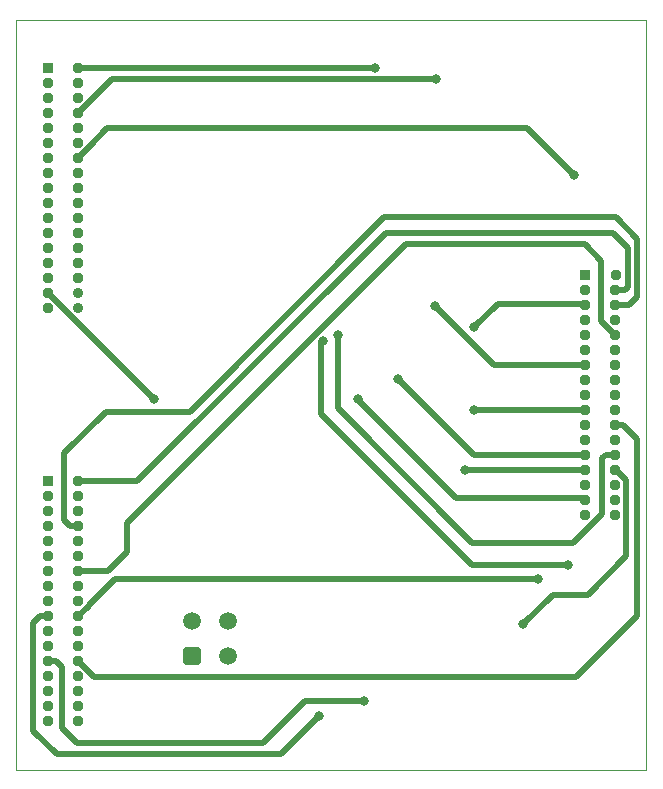
<source format=gbr>
%TF.GenerationSoftware,KiCad,Pcbnew,7.0.7*%
%TF.CreationDate,2023-10-17T22:09:53-05:00*%
%TF.ProjectId,Heater_South_DCT_HSK,48656174-6572-45f5-936f-7574685f4443,rev?*%
%TF.SameCoordinates,Original*%
%TF.FileFunction,Copper,L2,Bot*%
%TF.FilePolarity,Positive*%
%FSLAX46Y46*%
G04 Gerber Fmt 4.6, Leading zero omitted, Abs format (unit mm)*
G04 Created by KiCad (PCBNEW 7.0.7) date 2023-10-17 22:09:53*
%MOMM*%
%LPD*%
G01*
G04 APERTURE LIST*
G04 Aperture macros list*
%AMRoundRect*
0 Rectangle with rounded corners*
0 $1 Rounding radius*
0 $2 $3 $4 $5 $6 $7 $8 $9 X,Y pos of 4 corners*
0 Add a 4 corners polygon primitive as box body*
4,1,4,$2,$3,$4,$5,$6,$7,$8,$9,$2,$3,0*
0 Add four circle primitives for the rounded corners*
1,1,$1+$1,$2,$3*
1,1,$1+$1,$4,$5*
1,1,$1+$1,$6,$7*
1,1,$1+$1,$8,$9*
0 Add four rect primitives between the rounded corners*
20,1,$1+$1,$2,$3,$4,$5,0*
20,1,$1+$1,$4,$5,$6,$7,0*
20,1,$1+$1,$6,$7,$8,$9,0*
20,1,$1+$1,$8,$9,$2,$3,0*%
G04 Aperture macros list end*
%TA.AperFunction,ComponentPad*%
%ADD10R,0.940800X0.940800*%
%TD*%
%TA.AperFunction,ComponentPad*%
%ADD11C,0.940800*%
%TD*%
%TA.AperFunction,ComponentPad*%
%ADD12C,0.890000*%
%TD*%
%TA.AperFunction,ComponentPad*%
%ADD13RoundRect,0.250001X-0.499999X-0.499999X0.499999X-0.499999X0.499999X0.499999X-0.499999X0.499999X0*%
%TD*%
%TA.AperFunction,ComponentPad*%
%ADD14C,1.500000*%
%TD*%
%TA.AperFunction,ViaPad*%
%ADD15C,0.800000*%
%TD*%
%TA.AperFunction,Conductor*%
%ADD16C,0.508000*%
%TD*%
%TA.AperFunction,Profile*%
%ADD17C,0.100000*%
%TD*%
G04 APERTURE END LIST*
D10*
%TO.P,J2,1,Pin_1*%
%TO.N,/HB2_1*%
X104256840Y-89890600D03*
D11*
%TO.P,J2,2,Pin_2*%
%TO.N,/HB2_2*%
X106817160Y-89890600D03*
%TO.P,J2,3,Pin_3*%
%TO.N,unconnected-(J2-Pin_3-Pad3)*%
X104267000Y-91160600D03*
%TO.P,J2,4,Pin_4*%
%TO.N,unconnected-(J2-Pin_4-Pad4)*%
X106807000Y-91160600D03*
%TO.P,J2,5,Pin_5*%
%TO.N,unconnected-(J2-Pin_5-Pad5)*%
X104267000Y-92430600D03*
%TO.P,J2,6,Pin_6*%
%TO.N,unconnected-(J2-Pin_6-Pad6)*%
X106807000Y-92430600D03*
%TO.P,J2,7,Pin_7*%
%TO.N,/HB2_7*%
X104267000Y-93700600D03*
%TO.P,J2,8,Pin_8*%
%TO.N,/HB2_8*%
X106807000Y-93700600D03*
%TO.P,J2,9,Pin_9*%
%TO.N,unconnected-(J2-Pin_9-Pad9)*%
X104267000Y-94970600D03*
%TO.P,J2,10,Pin_10*%
%TO.N,unconnected-(J2-Pin_10-Pad10)*%
X106807000Y-94970600D03*
%TO.P,J2,11,Pin_11*%
%TO.N,unconnected-(J2-Pin_11-Pad11)*%
X104267000Y-96240600D03*
%TO.P,J2,12,Pin_12*%
%TO.N,unconnected-(J2-Pin_12-Pad12)*%
X106807000Y-96240600D03*
%TO.P,J2,13,Pin_13*%
%TO.N,/HB2_13*%
X104267000Y-97510600D03*
%TO.P,J2,14,Pin_14*%
%TO.N,/HB2_14*%
X106807000Y-97510600D03*
%TO.P,J2,15,Pin_15*%
%TO.N,unconnected-(J2-Pin_15-Pad15)*%
X104267000Y-98780600D03*
%TO.P,J2,16,Pin_16*%
%TO.N,unconnected-(J2-Pin_16-Pad16)*%
X106807000Y-98780600D03*
%TO.P,J2,17,Pin_17*%
%TO.N,unconnected-(J2-Pin_17-Pad17)*%
X104267000Y-100050600D03*
%TO.P,J2,18,Pin_18*%
%TO.N,unconnected-(J2-Pin_18-Pad18)*%
X106807000Y-100050600D03*
%TO.P,J2,19,Pin_19*%
%TO.N,/HB2_19*%
X104267000Y-101320600D03*
%TO.P,J2,20,Pin_20*%
%TO.N,/HB2_20*%
X106807000Y-101320600D03*
%TO.P,J2,21,Pin_21*%
%TO.N,unconnected-(J2-Pin_21-Pad21)*%
X104267000Y-102590600D03*
%TO.P,J2,22,Pin_22*%
%TO.N,unconnected-(J2-Pin_22-Pad22)*%
X106807000Y-102590600D03*
%TO.P,J2,23,Pin_23*%
%TO.N,unconnected-(J2-Pin_23-Pad23)*%
X104267000Y-103860600D03*
%TO.P,J2,24,Pin_24*%
%TO.N,unconnected-(J2-Pin_24-Pad24)*%
X106807000Y-103860600D03*
%TO.P,J2,25,Pin_25*%
%TO.N,/HB2_25*%
X104267000Y-105130600D03*
%TO.P,J2,26,Pin_26*%
%TO.N,/HB2_26*%
X106807000Y-105130600D03*
%TO.P,J2,27,Pin_27*%
%TO.N,unconnected-(J2-Pin_27-Pad27)*%
X104267000Y-106400600D03*
%TO.P,J2,28,Pin_28*%
%TO.N,unconnected-(J2-Pin_28-Pad28)*%
X106807000Y-106400600D03*
%TO.P,J2,29,Pin_29*%
%TO.N,unconnected-(J2-Pin_29-Pad29)*%
X104267000Y-107670600D03*
%TO.P,J2,30,Pin_30*%
%TO.N,unconnected-(J2-Pin_30-Pad30)*%
X106807000Y-107670600D03*
%TO.P,J2,31,Pin_31*%
%TO.N,unconnected-(J2-Pin_31-Pad31)*%
X104267000Y-108940600D03*
%TO.P,J2,32,Pin_32*%
%TO.N,unconnected-(J2-Pin_32-Pad32)*%
X106807000Y-108940600D03*
%TO.P,J2,33,Pin_33*%
%TO.N,unconnected-(J2-Pin_33-Pad33)*%
X104267000Y-110210600D03*
%TO.P,J2,34,Pin_34*%
%TO.N,unconnected-(J2-Pin_34-Pad34)*%
X106807000Y-110210600D03*
%TD*%
D10*
%TO.P,J3,1,Pin_1*%
%TO.N,/HB1_1*%
X149773640Y-72390000D03*
D11*
%TO.P,J3,2,Pin_2*%
%TO.N,/HB1_2*%
X152333960Y-72390000D03*
%TO.P,J3,3,Pin_3*%
%TO.N,/HB2_1*%
X149783800Y-73660000D03*
%TO.P,J3,4,Pin_4*%
%TO.N,/HB2_2*%
X152323800Y-73660000D03*
%TO.P,J3,5,Pin_5*%
%TO.N,/HB2_7*%
X149783800Y-74930000D03*
%TO.P,J3,6,Pin_6*%
%TO.N,/HB2_8*%
X152323800Y-74930000D03*
%TO.P,J3,7,Pin_7*%
%TO.N,/HB1_7*%
X149783800Y-76200000D03*
%TO.P,J3,8,Pin_8*%
%TO.N,/HB1_8*%
X152323800Y-76200000D03*
%TO.P,J3,9,Pin_9*%
%TO.N,/HB2_13*%
X149783800Y-77470000D03*
%TO.P,J3,10,Pin_10*%
%TO.N,/HB2_14*%
X152323800Y-77470000D03*
%TO.P,J3,11,Pin_11*%
%TO.N,/HB2_19*%
X149783800Y-78740000D03*
%TO.P,J3,12,Pin_12*%
%TO.N,/HB2_20*%
X152323800Y-78740000D03*
%TO.P,J3,13,Pin_13*%
%TO.N,/HB1_13*%
X149783800Y-80010000D03*
%TO.P,J3,14,Pin_14*%
%TO.N,/HB1_14*%
X152323800Y-80010000D03*
%TO.P,J3,15,Pin_15*%
%TO.N,unconnected-(J3-Pin_15-Pad15)*%
X149783800Y-81280000D03*
%TO.P,J3,16,Pin_16*%
%TO.N,unconnected-(J3-Pin_16-Pad16)*%
X152323800Y-81280000D03*
%TO.P,J3,17,Pin_17*%
%TO.N,unconnected-(J3-Pin_17-Pad17)*%
X149783800Y-82550000D03*
%TO.P,J3,18,Pin_18*%
%TO.N,unconnected-(J3-Pin_18-Pad18)*%
X152323800Y-82550000D03*
%TO.P,J3,19,Pin_19*%
%TO.N,/SpareS1+*%
X149783800Y-83820000D03*
%TO.P,J3,20,Pin_20*%
%TO.N,/SpareS1-*%
X152323800Y-83820000D03*
%TO.P,J3,21,Pin_21*%
%TO.N,/HB2_25*%
X149783800Y-85090000D03*
%TO.P,J3,22,Pin_22*%
%TO.N,/HB2_26*%
X152323800Y-85090000D03*
%TO.P,J3,23,Pin_23*%
%TO.N,unconnected-(J3-Pin_23-Pad23)*%
X149783800Y-86360000D03*
%TO.P,J3,24,Pin_24*%
%TO.N,unconnected-(J3-Pin_24-Pad24)*%
X152323800Y-86360000D03*
%TO.P,J3,25,Pin_25*%
%TO.N,/HB1_25*%
X149783800Y-87630000D03*
%TO.P,J3,26,Pin_26*%
%TO.N,/HB1_26*%
X152323800Y-87630000D03*
%TO.P,J3,27,Pin_27*%
%TO.N,/SpareS2+*%
X149783800Y-88900000D03*
%TO.P,J3,28,Pin_28*%
%TO.N,/SpareS2-*%
X152323800Y-88900000D03*
%TO.P,J3,29,Pin_29*%
%TO.N,unconnected-(J3-Pin_29-Pad29)*%
X149783800Y-90170000D03*
%TO.P,J3,30,Pin_30*%
%TO.N,unconnected-(J3-Pin_30-Pad30)*%
X152323800Y-90170000D03*
%TO.P,J3,31,Pin_31*%
%TO.N,/HB1_31*%
X149783800Y-91440000D03*
%TO.P,J3,32,Pin_32*%
%TO.N,/HB1_32*%
X152323800Y-91440000D03*
%TO.P,J3,33,Pin_33*%
%TO.N,unconnected-(J3-Pin_33-Pad33)*%
X149783800Y-92710000D03*
%TO.P,J3,34,Pin_34*%
%TO.N,unconnected-(J3-Pin_34-Pad34)*%
X152323800Y-92710000D03*
%TD*%
D10*
%TO.P,J1,1,Pin_1*%
%TO.N,/HB1_1*%
X104256840Y-54864000D03*
D11*
%TO.P,J1,2,Pin_2*%
%TO.N,/HB1_2*%
X106817160Y-54864000D03*
%TO.P,J1,3,Pin_3*%
%TO.N,unconnected-(J1-Pin_3-Pad3)*%
X104267000Y-56134000D03*
%TO.P,J1,4,Pin_4*%
%TO.N,unconnected-(J1-Pin_4-Pad4)*%
X106807000Y-56134000D03*
%TO.P,J1,5,Pin_5*%
%TO.N,unconnected-(J1-Pin_5-Pad5)*%
X104267000Y-57404000D03*
%TO.P,J1,6,Pin_6*%
%TO.N,unconnected-(J1-Pin_6-Pad6)*%
X106807000Y-57404000D03*
%TO.P,J1,7,Pin_7*%
%TO.N,/HB1_7*%
X104267000Y-58674000D03*
%TO.P,J1,8,Pin_8*%
%TO.N,/HB1_8*%
X106807000Y-58674000D03*
%TO.P,J1,9,Pin_9*%
%TO.N,unconnected-(J1-Pin_9-Pad9)*%
X104267000Y-59944000D03*
%TO.P,J1,10,Pin_10*%
%TO.N,unconnected-(J1-Pin_10-Pad10)*%
X106807000Y-59944000D03*
%TO.P,J1,11,Pin_11*%
%TO.N,unconnected-(J1-Pin_11-Pad11)*%
X104267000Y-61214000D03*
%TO.P,J1,12,Pin_12*%
%TO.N,unconnected-(J1-Pin_12-Pad12)*%
X106807000Y-61214000D03*
%TO.P,J1,13,Pin_13*%
%TO.N,/HB1_13*%
X104267000Y-62484000D03*
%TO.P,J1,14,Pin_14*%
%TO.N,/HB1_14*%
X106807000Y-62484000D03*
%TO.P,J1,15,Pin_15*%
%TO.N,unconnected-(J1-Pin_15-Pad15)*%
X104267000Y-63754000D03*
%TO.P,J1,16,Pin_16*%
%TO.N,unconnected-(J1-Pin_16-Pad16)*%
X106807000Y-63754000D03*
%TO.P,J1,17,Pin_17*%
%TO.N,unconnected-(J1-Pin_17-Pad17)*%
X104267000Y-65024000D03*
%TO.P,J1,18,Pin_18*%
%TO.N,unconnected-(J1-Pin_18-Pad18)*%
X106807000Y-65024000D03*
%TO.P,J1,19,Pin_19*%
%TO.N,unconnected-(J1-Pin_19-Pad19)*%
X104267000Y-66294000D03*
%TO.P,J1,20,Pin_20*%
%TO.N,unconnected-(J1-Pin_20-Pad20)*%
X106807000Y-66294000D03*
%TO.P,J1,21,Pin_21*%
%TO.N,unconnected-(J1-Pin_21-Pad21)*%
X104267000Y-67564000D03*
%TO.P,J1,22,Pin_22*%
%TO.N,unconnected-(J1-Pin_22-Pad22)*%
X106807000Y-67564000D03*
%TO.P,J1,23,Pin_23*%
%TO.N,unconnected-(J1-Pin_23-Pad23)*%
X104267000Y-68834000D03*
%TO.P,J1,24,Pin_24*%
%TO.N,unconnected-(J1-Pin_24-Pad24)*%
X106807000Y-68834000D03*
%TO.P,J1,25,Pin_25*%
%TO.N,/HB1_25*%
X104267000Y-70104000D03*
%TO.P,J1,26,Pin_26*%
%TO.N,/HB1_26*%
X106807000Y-70104000D03*
%TO.P,J1,27,Pin_27*%
%TO.N,unconnected-(J1-Pin_27-Pad27)*%
X104267000Y-71374000D03*
%TO.P,J1,28,Pin_28*%
%TO.N,unconnected-(J1-Pin_28-Pad28)*%
X106807000Y-71374000D03*
%TO.P,J1,29,Pin_29*%
%TO.N,unconnected-(J1-Pin_29-Pad29)*%
X104267000Y-72644000D03*
%TO.P,J1,30,Pin_30*%
%TO.N,unconnected-(J1-Pin_30-Pad30)*%
X106807000Y-72644000D03*
%TO.P,J1,31,Pin_31*%
%TO.N,/HB1_31*%
X104267000Y-73914000D03*
D12*
%TO.P,J1,32,Pin_32*%
%TO.N,/HB1_32*%
X106807000Y-73914000D03*
D11*
%TO.P,J1,33,Pin_33*%
%TO.N,unconnected-(J1-Pin_33-Pad33)*%
X104267000Y-75184000D03*
D12*
%TO.P,J1,34,Pin_34*%
%TO.N,unconnected-(J1-Pin_34-Pad34)*%
X106807000Y-75184000D03*
%TD*%
D13*
%TO.P,J4,1,Pin_1*%
%TO.N,/SpareS2+*%
X116500000Y-104680000D03*
D14*
%TO.P,J4,2,Pin_2*%
%TO.N,/SpareS1+*%
X119500000Y-104680000D03*
%TO.P,J4,3,Pin_3*%
%TO.N,/SpareS1-*%
X116500000Y-101680000D03*
%TO.P,J4,4,Pin_4*%
%TO.N,/SpareS2-*%
X119500000Y-101680000D03*
%TD*%
D15*
%TO.N,/HB1_2*%
X131946916Y-54870084D03*
%TO.N,/HB1_8*%
X137109200Y-55803800D03*
%TO.N,/HB1_13*%
X137002000Y-75005600D03*
%TO.N,/HB1_14*%
X148773400Y-63977000D03*
%TO.N,/HB1_25*%
X133902000Y-81205600D03*
%TO.N,/HB1_26*%
X128802000Y-77470000D03*
%TO.N,/HB1_31*%
X113257222Y-82905600D03*
X130500000Y-82905600D03*
%TO.N,/HB1_32*%
X148285200Y-97005600D03*
X127602000Y-78005600D03*
%TO.N,/HB2_7*%
X140379200Y-76828400D03*
%TO.N,/HB2_19*%
X127250000Y-109750000D03*
%TO.N,/HB2_20*%
X145762000Y-98145600D03*
%TO.N,/HB2_25*%
X131000000Y-108500000D03*
%TO.N,/SpareS1+*%
X140340000Y-83840000D03*
%TO.N,/SpareS2+*%
X139600000Y-88900000D03*
%TO.N,/SpareS2-*%
X144500000Y-102000000D03*
%TD*%
D16*
%TO.N,/HB1_2*%
X131946916Y-54870084D02*
X131927600Y-54889400D01*
X106842560Y-54889400D02*
X106817160Y-54864000D01*
X131927600Y-54889400D02*
X106842560Y-54889400D01*
%TO.N,/HB1_8*%
X106844300Y-58674000D02*
X106807000Y-58674000D01*
X109714500Y-55803800D02*
X106844300Y-58674000D01*
X137109200Y-55803800D02*
X109714500Y-55803800D01*
%TO.N,/HB1_13*%
X137002000Y-75005600D02*
X142031800Y-80035400D01*
X149758400Y-80035400D02*
X149783800Y-80010000D01*
X142031800Y-80035400D02*
X149758400Y-80035400D01*
%TO.N,/HB1_14*%
X144791200Y-59994800D02*
X109296200Y-59994800D01*
X107731400Y-61559600D02*
X107731400Y-61596900D01*
X148773400Y-63977000D02*
X144791200Y-59994800D01*
X109296200Y-59994800D02*
X107731400Y-61559600D01*
X107731400Y-61596900D02*
X106844300Y-62484000D01*
X106844300Y-62484000D02*
X106807000Y-62484000D01*
%TO.N,/HB1_25*%
X133902000Y-81205600D02*
X140326400Y-87630000D01*
X140326400Y-87630000D02*
X149783800Y-87630000D01*
%TO.N,/HB1_26*%
X151206200Y-92667200D02*
X148767800Y-95105600D01*
X140202000Y-95105600D02*
X148767800Y-95105600D01*
X128802000Y-77470000D02*
X128802000Y-83705600D01*
X151206200Y-87909400D02*
X151206200Y-92667200D01*
X152323800Y-87630000D02*
X151485600Y-87630000D01*
X128802000Y-83705600D02*
X140202000Y-95105600D01*
X151485600Y-87630000D02*
X151206200Y-87909400D01*
%TO.N,/HB1_31*%
X130500000Y-83000000D02*
X138838400Y-91338400D01*
X105908000Y-75517700D02*
X104304300Y-73914000D01*
X104304300Y-73914000D02*
X104267000Y-73914000D01*
X113257222Y-82905600D02*
X105908000Y-75556378D01*
X130500000Y-82905600D02*
X130500000Y-83000000D01*
X105908000Y-75556378D02*
X105908000Y-75517700D01*
X138838400Y-91338400D02*
X149682200Y-91338400D01*
X149682200Y-91338400D02*
X149783800Y-91440000D01*
%TO.N,/HB1_32*%
X127402000Y-84205600D02*
X127402000Y-78205600D01*
X148285200Y-97005600D02*
X140202000Y-97005600D01*
X140202000Y-97005600D02*
X127402000Y-84205600D01*
X127402000Y-78205600D02*
X127602000Y-78005600D01*
%TO.N,/HB2_2*%
X153416000Y-70119600D02*
X152130400Y-68834000D01*
X111817000Y-89890600D02*
X106817160Y-89890600D01*
X152130400Y-68834000D02*
X132873600Y-68834000D01*
X153416000Y-73406000D02*
X153416000Y-70119600D01*
X132873600Y-68834000D02*
X111817000Y-89890600D01*
X153162000Y-73660000D02*
X153416000Y-73406000D01*
X152323800Y-73660000D02*
X153162000Y-73660000D01*
%TO.N,/HB2_7*%
X140379200Y-76828400D02*
X142353800Y-74853800D01*
X142353800Y-74853800D02*
X149707600Y-74853800D01*
X149707600Y-74853800D02*
X149783800Y-74930000D01*
%TO.N,/HB2_8*%
X153441400Y-74930000D02*
X154124000Y-74247400D01*
X116284400Y-84023200D02*
X109169200Y-84023200D01*
X154124000Y-69338800D02*
X152330524Y-67545324D01*
X105664000Y-87528400D02*
X105664000Y-93192600D01*
X154124000Y-74247400D02*
X154124000Y-69338800D01*
X152323800Y-74930000D02*
X153441400Y-74930000D01*
X105664000Y-93192600D02*
X106172000Y-93700600D01*
X132762276Y-67545324D02*
X116284400Y-84023200D01*
X106172000Y-93700600D02*
X106807000Y-93700600D01*
X109169200Y-84023200D02*
X105664000Y-87528400D01*
X152330524Y-67545324D02*
X132762276Y-67545324D01*
%TO.N,/HB2_14*%
X110998000Y-95859600D02*
X109347000Y-97510600D01*
X134594261Y-69805600D02*
X110998000Y-93401861D01*
X109347000Y-97510600D02*
X106807000Y-97510600D01*
X152323800Y-77470000D02*
X152286500Y-77470000D01*
X149702000Y-69805600D02*
X134594261Y-69805600D01*
X151104600Y-71208200D02*
X149702000Y-69805600D01*
X110998000Y-93401861D02*
X110998000Y-95859600D01*
X151104600Y-76288100D02*
X151104600Y-71208200D01*
X152286500Y-77470000D02*
X151104600Y-76288100D01*
%TO.N,/HB2_19*%
X103000000Y-111000000D02*
X103000000Y-101922354D01*
X105000000Y-113000000D02*
X103000000Y-111000000D01*
X124000000Y-113000000D02*
X105000000Y-113000000D01*
X103000000Y-101922354D02*
X103601754Y-101320600D01*
X127250000Y-109750000D02*
X124000000Y-113000000D01*
X103601754Y-101320600D02*
X104267000Y-101320600D01*
%TO.N,/HB2_20*%
X145762000Y-98145600D02*
X109982000Y-98145600D01*
X107731400Y-100433500D02*
X106844300Y-101320600D01*
X109982000Y-98145600D02*
X107731400Y-100396200D01*
X107731400Y-100396200D02*
X107731400Y-100433500D01*
X106844300Y-101320600D02*
X106807000Y-101320600D01*
%TO.N,/HB2_25*%
X106705400Y-112014000D02*
X105460800Y-110769400D01*
X131000000Y-108500000D02*
X126000000Y-108500000D01*
X122486000Y-112014000D02*
X106705400Y-112014000D01*
X105460800Y-110769400D02*
X105460800Y-105595900D01*
X104995500Y-105130600D02*
X104267000Y-105130600D01*
X105460800Y-105595900D02*
X104995500Y-105130600D01*
X126000000Y-108500000D02*
X122486000Y-112014000D01*
%TO.N,/HB2_26*%
X106807000Y-105130600D02*
X106844300Y-105130600D01*
X154178000Y-86278954D02*
X152989046Y-85090000D01*
X106844300Y-105130600D02*
X108213700Y-106500000D01*
X149000000Y-106500000D02*
X154178000Y-101322000D01*
X108213700Y-106500000D02*
X149000000Y-106500000D01*
X154178000Y-101322000D02*
X154178000Y-86278954D01*
X152989046Y-85090000D02*
X152323800Y-85090000D01*
%TO.N,/SpareS1+*%
X140340000Y-83840000D02*
X140360000Y-83820000D01*
X140360000Y-83820000D02*
X149783800Y-83820000D01*
%TO.N,/SpareS2+*%
X139600000Y-88900000D02*
X149783800Y-88900000D01*
%TO.N,/SpareS2-*%
X153248200Y-89787100D02*
X152361100Y-88900000D01*
X147000000Y-99500000D02*
X150000000Y-99500000D01*
X150000000Y-99500000D02*
X153248200Y-96251800D01*
X153248200Y-96251800D02*
X153248200Y-89787100D01*
X144500000Y-102000000D02*
X147000000Y-99500000D01*
X152361100Y-88900000D02*
X152323800Y-88900000D01*
%TD*%
D17*
X101600000Y-50800000D02*
X154940000Y-50800000D01*
X154940000Y-114300000D01*
X101600000Y-114300000D01*
X101600000Y-50800000D01*
M02*

</source>
